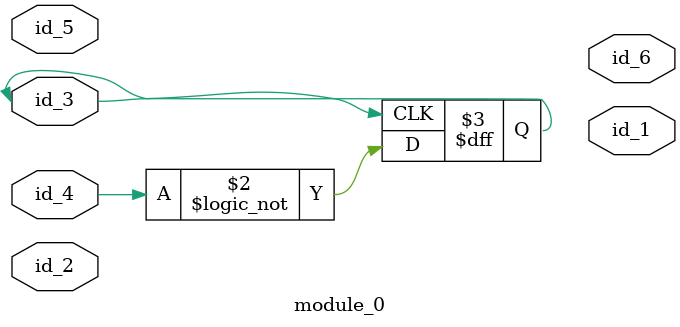
<source format=v>
module module_0 (
    id_1,
    id_2,
    id_3,
    id_4,
    id_5,
    id_6
);
  output id_6;
  input id_5;
  inout id_4;
  inout id_3;
  inout id_2;
  output id_1;
  always @(posedge id_3) begin
    id_3 <= !id_4;
  end
endmodule

</source>
